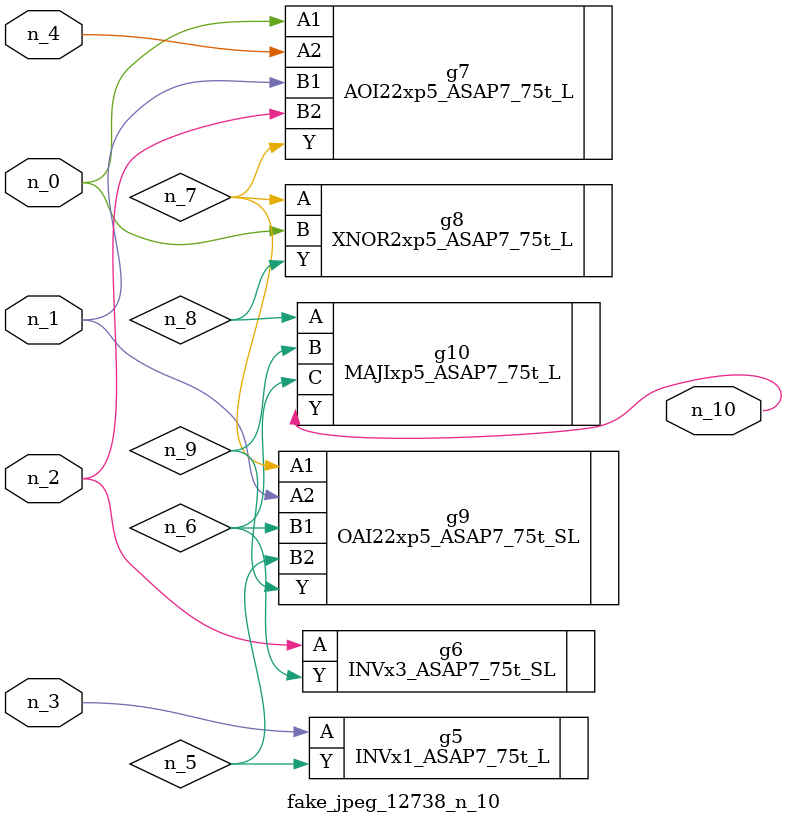
<source format=v>
module fake_jpeg_12738_n_10 (n_3, n_2, n_1, n_0, n_4, n_10);

input n_3;
input n_2;
input n_1;
input n_0;
input n_4;

output n_10;

wire n_8;
wire n_9;
wire n_6;
wire n_5;
wire n_7;

INVx1_ASAP7_75t_L g5 ( 
.A(n_3),
.Y(n_5)
);

INVx3_ASAP7_75t_SL g6 ( 
.A(n_2),
.Y(n_6)
);

AOI22xp5_ASAP7_75t_L g7 ( 
.A1(n_0),
.A2(n_4),
.B1(n_1),
.B2(n_2),
.Y(n_7)
);

XNOR2xp5_ASAP7_75t_L g8 ( 
.A(n_7),
.B(n_0),
.Y(n_8)
);

MAJIxp5_ASAP7_75t_L g10 ( 
.A(n_8),
.B(n_9),
.C(n_6),
.Y(n_10)
);

OAI22xp5_ASAP7_75t_SL g9 ( 
.A1(n_7),
.A2(n_1),
.B1(n_6),
.B2(n_5),
.Y(n_9)
);


endmodule
</source>
